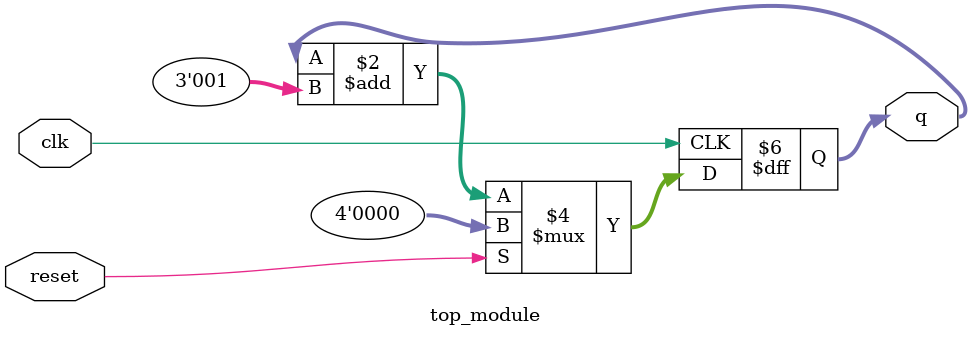
<source format=sv>
module top_module (
    input clk,
    input reset,      // Synchronous active-high reset
    output [3:0] q);


    always @(posedge clk) begin
        if(reset) q<= 3'b000;
        else q=q+3'b001;
    end
endmodule

</source>
